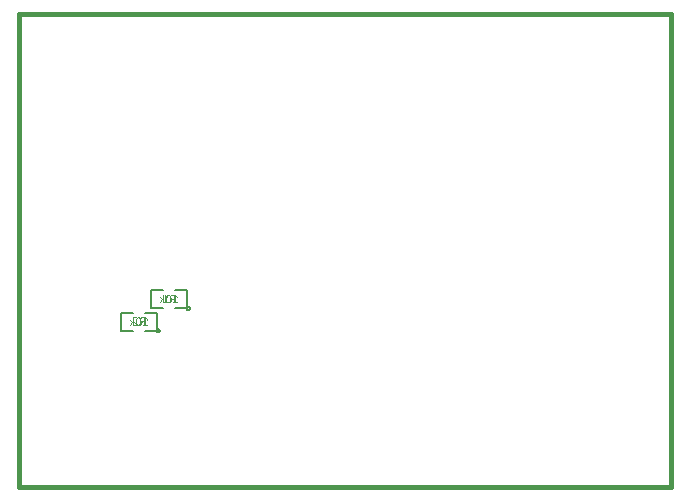
<source format=gbo>
G04 (created by PCBNEW-RS274X (20100308 SVN-R2437)-RC5) date Wed 10 Mar 2010 11:33:35 AM CET*
G01*
G70*
G90*
%MOIN*%
G04 Gerber Fmt 3.4, Leading zero omitted, Abs format*
%FSLAX34Y34*%
G04 APERTURE LIST*
%ADD10C,0.006000*%
%ADD11C,0.015000*%
%ADD12C,0.005000*%
%ADD13C,0.004200*%
G04 APERTURE END LIST*
G54D10*
G54D11*
X41500Y-29000D02*
X41500Y-13250D01*
X63250Y-29000D02*
X41500Y-29000D01*
X63250Y-28750D02*
X63250Y-29000D01*
X63250Y-13250D02*
X63250Y-28750D01*
X41500Y-13250D02*
X63250Y-13250D01*
G54D12*
X46200Y-23800D02*
X46199Y-23809D01*
X46196Y-23819D01*
X46191Y-23827D01*
X46185Y-23835D01*
X46177Y-23841D01*
X46169Y-23846D01*
X46160Y-23848D01*
X46150Y-23849D01*
X46141Y-23849D01*
X46132Y-23846D01*
X46123Y-23841D01*
X46116Y-23835D01*
X46109Y-23828D01*
X46105Y-23819D01*
X46102Y-23810D01*
X46101Y-23800D01*
X46101Y-23791D01*
X46104Y-23782D01*
X46108Y-23773D01*
X46115Y-23766D01*
X46122Y-23759D01*
X46130Y-23755D01*
X46140Y-23752D01*
X46149Y-23751D01*
X46158Y-23751D01*
X46168Y-23754D01*
X46176Y-23758D01*
X46184Y-23764D01*
X46190Y-23772D01*
X46195Y-23780D01*
X46198Y-23789D01*
X46199Y-23799D01*
X46200Y-23800D01*
X45700Y-23800D02*
X46100Y-23800D01*
X46100Y-23800D02*
X46100Y-23200D01*
X46100Y-23200D02*
X45700Y-23200D01*
X45300Y-23200D02*
X44900Y-23200D01*
X44900Y-23200D02*
X44900Y-23800D01*
X44900Y-23800D02*
X45300Y-23800D01*
X47200Y-23050D02*
X47199Y-23059D01*
X47196Y-23069D01*
X47191Y-23077D01*
X47185Y-23085D01*
X47177Y-23091D01*
X47169Y-23096D01*
X47160Y-23098D01*
X47150Y-23099D01*
X47141Y-23099D01*
X47132Y-23096D01*
X47123Y-23091D01*
X47116Y-23085D01*
X47109Y-23078D01*
X47105Y-23069D01*
X47102Y-23060D01*
X47101Y-23050D01*
X47101Y-23041D01*
X47104Y-23032D01*
X47108Y-23023D01*
X47115Y-23016D01*
X47122Y-23009D01*
X47130Y-23005D01*
X47140Y-23002D01*
X47149Y-23001D01*
X47158Y-23001D01*
X47168Y-23004D01*
X47176Y-23008D01*
X47184Y-23014D01*
X47190Y-23022D01*
X47195Y-23030D01*
X47198Y-23039D01*
X47199Y-23049D01*
X47200Y-23050D01*
X46700Y-23050D02*
X47100Y-23050D01*
X47100Y-23050D02*
X47100Y-22450D01*
X47100Y-22450D02*
X46700Y-22450D01*
X46300Y-22450D02*
X45900Y-22450D01*
X45900Y-22450D02*
X45900Y-23050D01*
X45900Y-23050D02*
X46300Y-23050D01*
G54D13*
X45542Y-23601D02*
X45625Y-23482D01*
X45684Y-23601D02*
X45684Y-23351D01*
X45589Y-23351D01*
X45565Y-23363D01*
X45554Y-23375D01*
X45542Y-23399D01*
X45542Y-23435D01*
X45554Y-23458D01*
X45565Y-23470D01*
X45589Y-23482D01*
X45684Y-23482D01*
X45446Y-23375D02*
X45434Y-23363D01*
X45411Y-23351D01*
X45351Y-23351D01*
X45327Y-23363D01*
X45315Y-23375D01*
X45304Y-23399D01*
X45304Y-23423D01*
X45315Y-23458D01*
X45458Y-23601D01*
X45304Y-23601D01*
X45649Y-23601D02*
X45791Y-23601D01*
X45720Y-23601D02*
X45720Y-23351D01*
X45744Y-23387D01*
X45768Y-23411D01*
X45791Y-23423D01*
X45494Y-23351D02*
X45470Y-23351D01*
X45446Y-23363D01*
X45434Y-23375D01*
X45422Y-23399D01*
X45411Y-23446D01*
X45411Y-23506D01*
X45422Y-23554D01*
X45434Y-23577D01*
X45446Y-23589D01*
X45470Y-23601D01*
X45494Y-23601D01*
X45518Y-23589D01*
X45530Y-23577D01*
X45541Y-23554D01*
X45553Y-23506D01*
X45553Y-23446D01*
X45541Y-23399D01*
X45530Y-23375D01*
X45518Y-23363D01*
X45494Y-23351D01*
X45303Y-23601D02*
X45303Y-23351D01*
X45280Y-23506D02*
X45208Y-23601D01*
X45208Y-23435D02*
X45303Y-23530D01*
X46542Y-22851D02*
X46625Y-22732D01*
X46684Y-22851D02*
X46684Y-22601D01*
X46589Y-22601D01*
X46565Y-22613D01*
X46554Y-22625D01*
X46542Y-22649D01*
X46542Y-22685D01*
X46554Y-22708D01*
X46565Y-22720D01*
X46589Y-22732D01*
X46684Y-22732D01*
X46304Y-22851D02*
X46446Y-22851D01*
X46375Y-22851D02*
X46375Y-22601D01*
X46399Y-22637D01*
X46423Y-22661D01*
X46446Y-22673D01*
X46649Y-22851D02*
X46791Y-22851D01*
X46720Y-22851D02*
X46720Y-22601D01*
X46744Y-22637D01*
X46768Y-22661D01*
X46791Y-22673D01*
X46494Y-22601D02*
X46470Y-22601D01*
X46446Y-22613D01*
X46434Y-22625D01*
X46422Y-22649D01*
X46411Y-22696D01*
X46411Y-22756D01*
X46422Y-22804D01*
X46434Y-22827D01*
X46446Y-22839D01*
X46470Y-22851D01*
X46494Y-22851D01*
X46518Y-22839D01*
X46530Y-22827D01*
X46541Y-22804D01*
X46553Y-22756D01*
X46553Y-22696D01*
X46541Y-22649D01*
X46530Y-22625D01*
X46518Y-22613D01*
X46494Y-22601D01*
X46303Y-22851D02*
X46303Y-22601D01*
X46280Y-22756D02*
X46208Y-22851D01*
X46208Y-22685D02*
X46303Y-22780D01*
M02*

</source>
